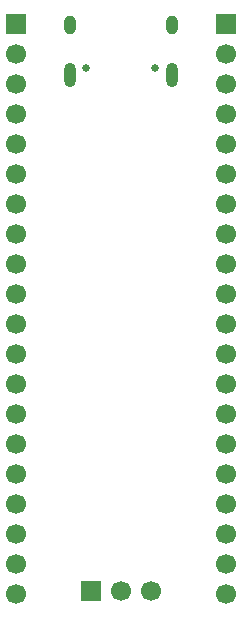
<source format=gbr>
%TF.GenerationSoftware,KiCad,Pcbnew,9.0.6*%
%TF.CreationDate,2025-12-05T22:59:02-07:00*%
%TF.ProjectId,HyperionDevBoard,48797065-7269-46f6-9e44-6576426f6172,rev?*%
%TF.SameCoordinates,Original*%
%TF.FileFunction,Soldermask,Bot*%
%TF.FilePolarity,Negative*%
%FSLAX46Y46*%
G04 Gerber Fmt 4.6, Leading zero omitted, Abs format (unit mm)*
G04 Created by KiCad (PCBNEW 9.0.6) date 2025-12-05 22:59:02*
%MOMM*%
%LPD*%
G01*
G04 APERTURE LIST*
%ADD10R,1.700000X1.700000*%
%ADD11C,1.700000*%
%ADD12C,0.650000*%
%ADD13O,1.000000X2.100000*%
%ADD14O,1.000000X1.600000*%
G04 APERTURE END LIST*
D10*
%TO.C,J3*%
X120490000Y-68070000D03*
D11*
X120490000Y-70610000D03*
X120490000Y-73150000D03*
X120490000Y-75690000D03*
X120490000Y-78230000D03*
X120490000Y-80770000D03*
X120490000Y-83310000D03*
X120490000Y-85850000D03*
X120490000Y-88390000D03*
X120490000Y-90930000D03*
X120490000Y-93470000D03*
X120490000Y-96010000D03*
X120490000Y-98550000D03*
X120490000Y-101090000D03*
X120490000Y-103630000D03*
X120490000Y-106170000D03*
X120490000Y-108710000D03*
X120490000Y-111250000D03*
X120490000Y-113790000D03*
X120490000Y-116330000D03*
%TD*%
D10*
%TO.C,J2*%
X102710000Y-68070000D03*
D11*
X102710000Y-70610000D03*
X102710000Y-73150000D03*
X102710000Y-75690000D03*
X102710000Y-78230000D03*
X102710000Y-80770000D03*
X102710000Y-83310000D03*
X102710000Y-85850000D03*
X102710000Y-88390000D03*
X102710000Y-90930000D03*
X102710000Y-93470000D03*
X102710000Y-96010000D03*
X102710000Y-98550000D03*
X102710000Y-101090000D03*
X102710000Y-103630000D03*
X102710000Y-106170000D03*
X102710000Y-108710000D03*
X102710000Y-111250000D03*
X102710000Y-113790000D03*
X102710000Y-116330000D03*
%TD*%
D10*
%TO.C,J4*%
X109060000Y-116090000D03*
D11*
X111600000Y-116090000D03*
X114140000Y-116090000D03*
%TD*%
D12*
%TO.C,J1*%
X114470000Y-71800000D03*
X108690000Y-71800000D03*
D13*
X115900000Y-72330000D03*
D14*
X115900000Y-68150000D03*
D13*
X107260000Y-72330000D03*
D14*
X107260000Y-68150000D03*
%TD*%
M02*

</source>
